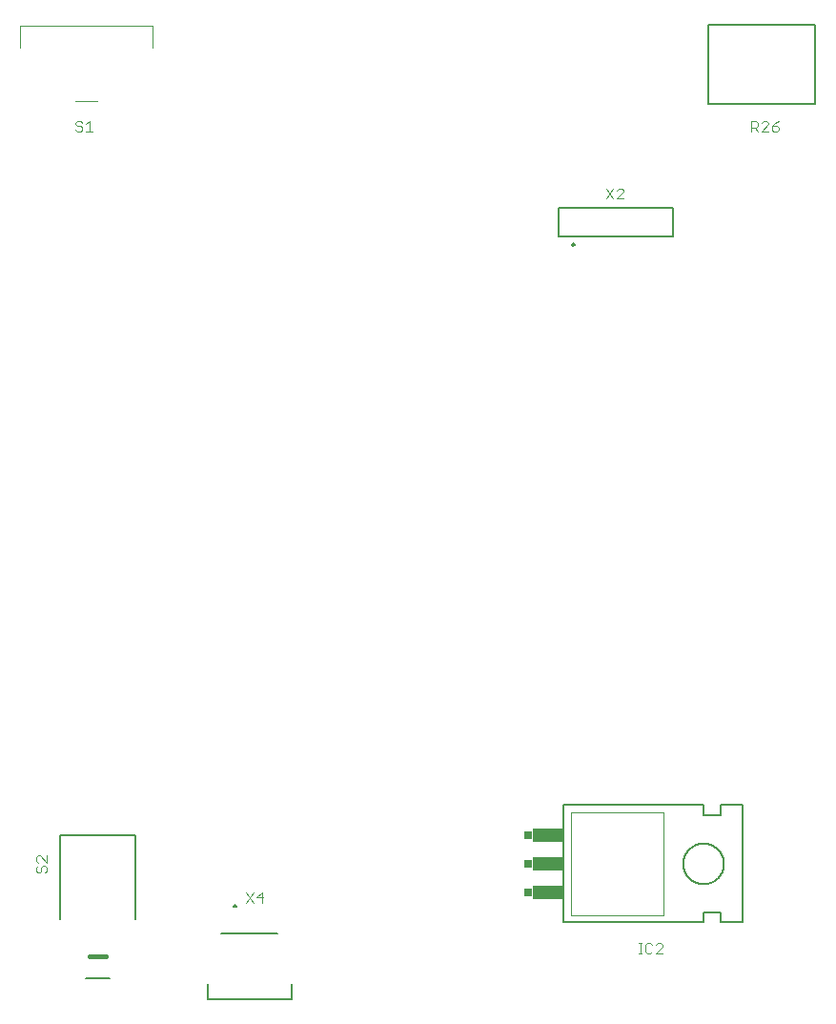
<source format=gbr>
G04 EAGLE Gerber RS-274X export*
G75*
%MOMM*%
%FSLAX34Y34*%
%LPD*%
%INSilkscreen Top*%
%IPPOS*%
%AMOC8*
5,1,8,0,0,1.08239X$1,22.5*%
G01*
%ADD10C,0.152400*%
%ADD11C,0.050800*%
%ADD12R,0.635000X0.762000*%
%ADD13R,2.794000X1.270000*%
%ADD14C,0.101600*%
%ADD15C,0.127000*%
%ADD16C,0.076200*%
%ADD17C,0.406400*%
%ADD18C,0.100000*%
%ADD19C,0.200000*%


D10*
X563800Y182070D02*
X563800Y77930D01*
X722550Y77930D02*
X722550Y182070D01*
X688260Y77930D02*
X563800Y77930D01*
X688260Y77930D02*
X688260Y86820D01*
X703500Y86820D01*
X703500Y77930D01*
X722550Y77930D01*
X688260Y182070D02*
X563800Y182070D01*
X688260Y182070D02*
X688260Y173180D01*
X703500Y173180D01*
X703500Y182070D01*
X722550Y182070D01*
D11*
X570150Y175720D02*
X570150Y84280D01*
X652700Y84280D01*
X652700Y175720D01*
X570150Y175720D01*
D10*
X670226Y130000D02*
X670231Y130443D01*
X670248Y130885D01*
X670275Y131327D01*
X670313Y131768D01*
X670362Y132208D01*
X670421Y132646D01*
X670492Y133083D01*
X670573Y133518D01*
X670664Y133951D01*
X670766Y134382D01*
X670879Y134810D01*
X671003Y135235D01*
X671136Y135657D01*
X671280Y136075D01*
X671434Y136490D01*
X671599Y136901D01*
X671773Y137308D01*
X671957Y137711D01*
X672152Y138108D01*
X672355Y138501D01*
X672569Y138889D01*
X672792Y139271D01*
X673024Y139648D01*
X673265Y140019D01*
X673516Y140384D01*
X673775Y140743D01*
X674043Y141095D01*
X674320Y141441D01*
X674604Y141779D01*
X674898Y142111D01*
X675199Y142435D01*
X675508Y142752D01*
X675825Y143061D01*
X676149Y143362D01*
X676481Y143656D01*
X676819Y143940D01*
X677165Y144217D01*
X677517Y144485D01*
X677876Y144744D01*
X678241Y144995D01*
X678612Y145236D01*
X678989Y145468D01*
X679371Y145691D01*
X679759Y145905D01*
X680152Y146108D01*
X680549Y146303D01*
X680952Y146487D01*
X681359Y146661D01*
X681770Y146826D01*
X682185Y146980D01*
X682603Y147124D01*
X683025Y147257D01*
X683450Y147381D01*
X683878Y147494D01*
X684309Y147596D01*
X684742Y147687D01*
X685177Y147768D01*
X685614Y147839D01*
X686052Y147898D01*
X686492Y147947D01*
X686933Y147985D01*
X687375Y148012D01*
X687817Y148029D01*
X688260Y148034D01*
X688703Y148029D01*
X689145Y148012D01*
X689587Y147985D01*
X690028Y147947D01*
X690468Y147898D01*
X690906Y147839D01*
X691343Y147768D01*
X691778Y147687D01*
X692211Y147596D01*
X692642Y147494D01*
X693070Y147381D01*
X693495Y147257D01*
X693917Y147124D01*
X694335Y146980D01*
X694750Y146826D01*
X695161Y146661D01*
X695568Y146487D01*
X695971Y146303D01*
X696368Y146108D01*
X696761Y145905D01*
X697149Y145691D01*
X697531Y145468D01*
X697908Y145236D01*
X698279Y144995D01*
X698644Y144744D01*
X699003Y144485D01*
X699355Y144217D01*
X699701Y143940D01*
X700039Y143656D01*
X700371Y143362D01*
X700695Y143061D01*
X701012Y142752D01*
X701321Y142435D01*
X701622Y142111D01*
X701916Y141779D01*
X702200Y141441D01*
X702477Y141095D01*
X702745Y140743D01*
X703004Y140384D01*
X703255Y140019D01*
X703496Y139648D01*
X703728Y139271D01*
X703951Y138889D01*
X704165Y138501D01*
X704368Y138108D01*
X704563Y137711D01*
X704747Y137308D01*
X704921Y136901D01*
X705086Y136490D01*
X705240Y136075D01*
X705384Y135657D01*
X705517Y135235D01*
X705641Y134810D01*
X705754Y134382D01*
X705856Y133951D01*
X705947Y133518D01*
X706028Y133083D01*
X706099Y132646D01*
X706158Y132208D01*
X706207Y131768D01*
X706245Y131327D01*
X706272Y130885D01*
X706289Y130443D01*
X706294Y130000D01*
X706289Y129557D01*
X706272Y129115D01*
X706245Y128673D01*
X706207Y128232D01*
X706158Y127792D01*
X706099Y127354D01*
X706028Y126917D01*
X705947Y126482D01*
X705856Y126049D01*
X705754Y125618D01*
X705641Y125190D01*
X705517Y124765D01*
X705384Y124343D01*
X705240Y123925D01*
X705086Y123510D01*
X704921Y123099D01*
X704747Y122692D01*
X704563Y122289D01*
X704368Y121892D01*
X704165Y121499D01*
X703951Y121111D01*
X703728Y120729D01*
X703496Y120352D01*
X703255Y119981D01*
X703004Y119616D01*
X702745Y119257D01*
X702477Y118905D01*
X702200Y118559D01*
X701916Y118221D01*
X701622Y117889D01*
X701321Y117565D01*
X701012Y117248D01*
X700695Y116939D01*
X700371Y116638D01*
X700039Y116344D01*
X699701Y116060D01*
X699355Y115783D01*
X699003Y115515D01*
X698644Y115256D01*
X698279Y115005D01*
X697908Y114764D01*
X697531Y114532D01*
X697149Y114309D01*
X696761Y114095D01*
X696368Y113892D01*
X695971Y113697D01*
X695568Y113513D01*
X695161Y113339D01*
X694750Y113174D01*
X694335Y113020D01*
X693917Y112876D01*
X693495Y112743D01*
X693070Y112619D01*
X692642Y112506D01*
X692211Y112404D01*
X691778Y112313D01*
X691343Y112232D01*
X690906Y112161D01*
X690468Y112102D01*
X690028Y112053D01*
X689587Y112015D01*
X689145Y111988D01*
X688703Y111971D01*
X688260Y111966D01*
X687817Y111971D01*
X687375Y111988D01*
X686933Y112015D01*
X686492Y112053D01*
X686052Y112102D01*
X685614Y112161D01*
X685177Y112232D01*
X684742Y112313D01*
X684309Y112404D01*
X683878Y112506D01*
X683450Y112619D01*
X683025Y112743D01*
X682603Y112876D01*
X682185Y113020D01*
X681770Y113174D01*
X681359Y113339D01*
X680952Y113513D01*
X680549Y113697D01*
X680152Y113892D01*
X679759Y114095D01*
X679371Y114309D01*
X678989Y114532D01*
X678612Y114764D01*
X678241Y115005D01*
X677876Y115256D01*
X677517Y115515D01*
X677165Y115783D01*
X676819Y116060D01*
X676481Y116344D01*
X676149Y116638D01*
X675825Y116939D01*
X675508Y117248D01*
X675199Y117565D01*
X674898Y117889D01*
X674604Y118221D01*
X674320Y118559D01*
X674043Y118905D01*
X673775Y119257D01*
X673516Y119616D01*
X673265Y119981D01*
X673024Y120352D01*
X672792Y120729D01*
X672569Y121111D01*
X672355Y121499D01*
X672152Y121892D01*
X671957Y122289D01*
X671773Y122692D01*
X671599Y123099D01*
X671434Y123510D01*
X671280Y123925D01*
X671136Y124343D01*
X671003Y124765D01*
X670879Y125190D01*
X670766Y125618D01*
X670664Y126049D01*
X670573Y126482D01*
X670492Y126917D01*
X670421Y127354D01*
X670362Y127792D01*
X670313Y128232D01*
X670275Y128673D01*
X670248Y129115D01*
X670231Y129557D01*
X670226Y130000D01*
D12*
X532685Y104600D03*
X532685Y130000D03*
X532685Y155400D03*
D13*
X549830Y155400D03*
X549830Y130000D03*
X549830Y104600D03*
D14*
X630508Y50508D02*
X633505Y50508D01*
X632007Y50508D02*
X632007Y59500D01*
X633505Y59500D02*
X630508Y59500D01*
X641142Y59500D02*
X642641Y58001D01*
X641142Y59500D02*
X638145Y59500D01*
X636647Y58001D01*
X636647Y52007D01*
X638145Y50508D01*
X641142Y50508D01*
X642641Y52007D01*
X645854Y50508D02*
X651849Y50508D01*
X651849Y56502D02*
X645854Y50508D01*
X651849Y56502D02*
X651849Y58001D01*
X650350Y59500D01*
X647353Y59500D01*
X645854Y58001D01*
D15*
X692500Y804500D02*
X787500Y804500D01*
X787500Y875000D02*
X775000Y875000D01*
X705000Y875000D01*
X692500Y875000D01*
X692500Y804500D01*
X787500Y804500D02*
X787500Y875000D01*
D16*
X730381Y789627D02*
X730381Y780381D01*
X730381Y789627D02*
X735004Y789627D01*
X736545Y788086D01*
X736545Y785004D01*
X735004Y783463D01*
X730381Y783463D01*
X733463Y783463D02*
X736545Y780381D01*
X739589Y780381D02*
X745753Y780381D01*
X739589Y780381D02*
X745753Y786545D01*
X745753Y788086D01*
X744212Y789627D01*
X741130Y789627D01*
X739589Y788086D01*
X751879Y788086D02*
X754961Y789627D01*
X751879Y788086D02*
X748797Y785004D01*
X748797Y781922D01*
X750338Y780381D01*
X753420Y780381D01*
X754961Y781922D01*
X754961Y783463D01*
X753420Y785004D01*
X748797Y785004D01*
D15*
X183500Y155000D02*
X183500Y80940D01*
X183500Y155000D02*
X116500Y155000D01*
D17*
X142860Y48000D02*
X157140Y48000D01*
D15*
X116500Y80940D02*
X116500Y155000D01*
X139700Y28000D02*
X160300Y28000D01*
D16*
X95373Y126588D02*
X96914Y128129D01*
X95373Y126588D02*
X95373Y123506D01*
X96914Y121965D01*
X98455Y121965D01*
X99996Y123506D01*
X99996Y126588D01*
X101537Y128129D01*
X103078Y128129D01*
X104619Y126588D01*
X104619Y123506D01*
X103078Y121965D01*
X104619Y131173D02*
X104619Y137337D01*
X104619Y131173D02*
X98455Y137337D01*
X96914Y137337D01*
X95373Y135796D01*
X95373Y132714D01*
X96914Y131173D01*
D18*
X81500Y854370D02*
X81500Y874370D01*
X198500Y874370D01*
X198500Y854370D01*
X150000Y807370D02*
X130000Y807370D01*
D16*
X135004Y789627D02*
X136545Y788086D01*
X135004Y789627D02*
X131922Y789627D01*
X130381Y788086D01*
X130381Y786545D01*
X131922Y785004D01*
X135004Y785004D01*
X136545Y783463D01*
X136545Y781922D01*
X135004Y780381D01*
X131922Y780381D01*
X130381Y781922D01*
X139589Y786545D02*
X142671Y789627D01*
X142671Y780381D01*
X139589Y780381D02*
X145753Y780381D01*
D15*
X559200Y712700D02*
X660800Y712700D01*
X660800Y687300D01*
X559200Y687300D01*
X559200Y712700D01*
D19*
X571500Y680000D02*
X571502Y680063D01*
X571508Y680125D01*
X571518Y680187D01*
X571531Y680249D01*
X571549Y680309D01*
X571570Y680368D01*
X571595Y680426D01*
X571624Y680482D01*
X571656Y680536D01*
X571691Y680588D01*
X571729Y680637D01*
X571771Y680685D01*
X571815Y680729D01*
X571863Y680771D01*
X571912Y680809D01*
X571964Y680844D01*
X572018Y680876D01*
X572074Y680905D01*
X572132Y680930D01*
X572191Y680951D01*
X572251Y680969D01*
X572313Y680982D01*
X572375Y680992D01*
X572437Y680998D01*
X572500Y681000D01*
X572563Y680998D01*
X572625Y680992D01*
X572687Y680982D01*
X572749Y680969D01*
X572809Y680951D01*
X572868Y680930D01*
X572926Y680905D01*
X572982Y680876D01*
X573036Y680844D01*
X573088Y680809D01*
X573137Y680771D01*
X573185Y680729D01*
X573229Y680685D01*
X573271Y680637D01*
X573309Y680588D01*
X573344Y680536D01*
X573376Y680482D01*
X573405Y680426D01*
X573430Y680368D01*
X573451Y680309D01*
X573469Y680249D01*
X573482Y680187D01*
X573492Y680125D01*
X573498Y680063D01*
X573500Y680000D01*
X573498Y679937D01*
X573492Y679875D01*
X573482Y679813D01*
X573469Y679751D01*
X573451Y679691D01*
X573430Y679632D01*
X573405Y679574D01*
X573376Y679518D01*
X573344Y679464D01*
X573309Y679412D01*
X573271Y679363D01*
X573229Y679315D01*
X573185Y679271D01*
X573137Y679229D01*
X573088Y679191D01*
X573036Y679156D01*
X572982Y679124D01*
X572926Y679095D01*
X572868Y679070D01*
X572809Y679049D01*
X572749Y679031D01*
X572687Y679018D01*
X572625Y679008D01*
X572563Y679002D01*
X572500Y679000D01*
X572437Y679002D01*
X572375Y679008D01*
X572313Y679018D01*
X572251Y679031D01*
X572191Y679049D01*
X572132Y679070D01*
X572074Y679095D01*
X572018Y679124D01*
X571964Y679156D01*
X571912Y679191D01*
X571863Y679229D01*
X571815Y679271D01*
X571771Y679315D01*
X571729Y679363D01*
X571691Y679412D01*
X571656Y679464D01*
X571624Y679518D01*
X571595Y679574D01*
X571570Y679632D01*
X571549Y679691D01*
X571531Y679751D01*
X571518Y679813D01*
X571508Y679875D01*
X571502Y679937D01*
X571500Y680000D01*
D14*
X608087Y720508D02*
X602092Y729500D01*
X608087Y729500D02*
X602092Y720508D01*
X611300Y720508D02*
X617295Y720508D01*
X617295Y726502D02*
X611300Y720508D01*
X617295Y726502D02*
X617295Y728001D01*
X615796Y729500D01*
X612799Y729500D01*
X611300Y728001D01*
D19*
X271000Y92500D02*
X271002Y92563D01*
X271008Y92625D01*
X271018Y92687D01*
X271031Y92749D01*
X271049Y92809D01*
X271070Y92868D01*
X271095Y92926D01*
X271124Y92982D01*
X271156Y93036D01*
X271191Y93088D01*
X271229Y93137D01*
X271271Y93185D01*
X271315Y93229D01*
X271363Y93271D01*
X271412Y93309D01*
X271464Y93344D01*
X271518Y93376D01*
X271574Y93405D01*
X271632Y93430D01*
X271691Y93451D01*
X271751Y93469D01*
X271813Y93482D01*
X271875Y93492D01*
X271937Y93498D01*
X272000Y93500D01*
X272063Y93498D01*
X272125Y93492D01*
X272187Y93482D01*
X272249Y93469D01*
X272309Y93451D01*
X272368Y93430D01*
X272426Y93405D01*
X272482Y93376D01*
X272536Y93344D01*
X272588Y93309D01*
X272637Y93271D01*
X272685Y93229D01*
X272729Y93185D01*
X272771Y93137D01*
X272809Y93088D01*
X272844Y93036D01*
X272876Y92982D01*
X272905Y92926D01*
X272930Y92868D01*
X272951Y92809D01*
X272969Y92749D01*
X272982Y92687D01*
X272992Y92625D01*
X272998Y92563D01*
X273000Y92500D01*
X272998Y92437D01*
X272992Y92375D01*
X272982Y92313D01*
X272969Y92251D01*
X272951Y92191D01*
X272930Y92132D01*
X272905Y92074D01*
X272876Y92018D01*
X272844Y91964D01*
X272809Y91912D01*
X272771Y91863D01*
X272729Y91815D01*
X272685Y91771D01*
X272637Y91729D01*
X272588Y91691D01*
X272536Y91656D01*
X272482Y91624D01*
X272426Y91595D01*
X272368Y91570D01*
X272309Y91549D01*
X272249Y91531D01*
X272187Y91518D01*
X272125Y91508D01*
X272063Y91502D01*
X272000Y91500D01*
X271937Y91502D01*
X271875Y91508D01*
X271813Y91518D01*
X271751Y91531D01*
X271691Y91549D01*
X271632Y91570D01*
X271574Y91595D01*
X271518Y91624D01*
X271464Y91656D01*
X271412Y91691D01*
X271363Y91729D01*
X271315Y91771D01*
X271271Y91815D01*
X271229Y91863D01*
X271191Y91912D01*
X271156Y91964D01*
X271124Y92018D01*
X271095Y92074D01*
X271070Y92132D01*
X271049Y92191D01*
X271031Y92251D01*
X271018Y92313D01*
X271008Y92375D01*
X271002Y92437D01*
X271000Y92500D01*
D15*
X260000Y68000D02*
X310000Y68000D01*
X322500Y23000D02*
X322500Y10000D01*
X247500Y10000D02*
X247500Y23000D01*
X247500Y10000D02*
X322500Y10000D01*
D16*
X288129Y95381D02*
X281965Y104627D01*
X288129Y104627D02*
X281965Y95381D01*
X295796Y95381D02*
X295796Y104627D01*
X291173Y100004D01*
X297337Y100004D01*
M02*

</source>
